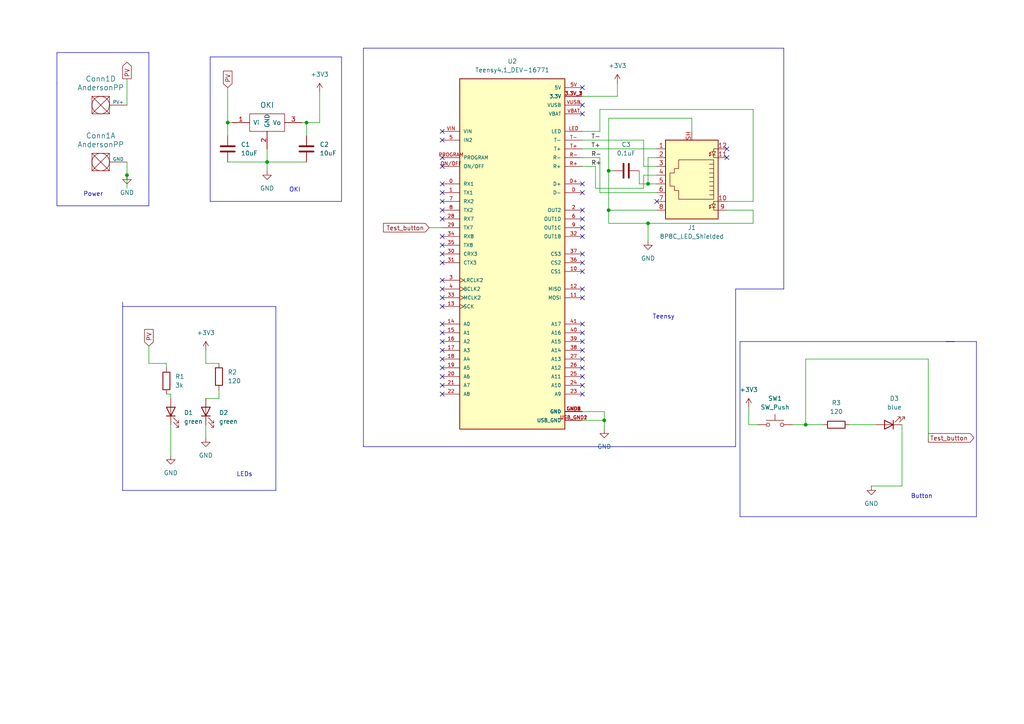
<source format=kicad_sch>
(kicad_sch (version 20230121) (generator eeschema)
  (paper "A4")
  (lib_symbols
    (symbol "Connector:8P8C_LED_Shielded" (pin_names (offset 1.016))
      (property "Reference" "J" (at -5.08 13.97 0))
      (property "Value" "8P8C_LED_Shielded" (at 1.27 13.97 0))
      (symbol "8P8C_LED_Shielded_0_1"
        (polyline (pts (xy -7.62 -7.62) (xy -6.35 -7.62)))
        (polyline (pts (xy -7.62 -5.08) (xy -6.35 -5.08)))
        (polyline (pts (xy -7.62 7.62) (xy -6.35 7.62)))
        (polyline (pts (xy -7.62 10.16) (xy -6.35 10.16)))
        (polyline (pts (xy -6.858 -5.842) (xy -5.842 -5.842)))
        (polyline (pts (xy -6.858 9.398) (xy -5.842 9.398)))
        (polyline (pts (xy -6.35 -7.62) (xy -6.35 -6.858)))
        (polyline (pts (xy -6.35 -5.08) (xy -6.35 -5.842)))
        (polyline (pts (xy -6.35 7.62) (xy -6.35 8.382)))
        (polyline (pts (xy -6.35 10.16) (xy -6.35 9.398)))
        (polyline (pts (xy -5.08 -6.223) (xy -5.207 -6.604)))
        (polyline (pts (xy -5.08 -5.588) (xy -5.207 -5.969)))
        (polyline (pts (xy -5.08 4.445) (xy -6.35 4.445)))
        (polyline (pts (xy -5.08 5.715) (xy -6.35 5.715)))
        (polyline (pts (xy -5.08 9.017) (xy -5.207 8.636)))
        (polyline (pts (xy -5.08 9.652) (xy -5.207 9.271)))
        (polyline (pts (xy -6.35 -3.175) (xy -5.08 -3.175) (xy -5.08 -3.175)))
        (polyline (pts (xy -6.35 -1.905) (xy -5.08 -1.905) (xy -5.08 -1.905)))
        (polyline (pts (xy -6.35 -0.635) (xy -5.08 -0.635) (xy -5.08 -0.635)))
        (polyline (pts (xy -6.35 0.635) (xy -5.08 0.635) (xy -5.08 0.635)))
        (polyline (pts (xy -6.35 1.905) (xy -5.08 1.905) (xy -5.08 1.905)))
        (polyline (pts (xy -5.588 -6.731) (xy -5.08 -6.223) (xy -5.461 -6.35)))
        (polyline (pts (xy -5.588 -6.096) (xy -5.08 -5.588) (xy -5.461 -5.715)))
        (polyline (pts (xy -5.588 8.509) (xy -5.08 9.017) (xy -5.461 8.89)))
        (polyline (pts (xy -5.588 9.144) (xy -5.08 9.652) (xy -5.461 9.525)))
        (polyline (pts (xy -5.08 3.175) (xy -6.35 3.175) (xy -6.35 3.175)))
        (polyline (pts (xy -6.35 -5.842) (xy -6.858 -6.858) (xy -5.842 -6.858) (xy -6.35 -5.842)))
        (polyline (pts (xy -6.35 9.398) (xy -6.858 8.382) (xy -5.842 8.382) (xy -6.35 9.398)))
        (polyline (pts (xy -6.35 -4.445) (xy -6.35 6.985) (xy 3.81 6.985) (xy 3.81 4.445) (xy 5.08 4.445) (xy 5.08 3.175) (xy 6.35 3.175) (xy 6.35 -0.635) (xy 5.08 -0.635) (xy 5.08 -1.905) (xy 3.81 -1.905) (xy 3.81 -4.445) (xy -6.35 -4.445) (xy -6.35 -4.445)))
        (rectangle (start 7.62 12.7) (end -7.62 -10.16) (stroke (width 0.254)) (fill (type background)))
      )
      (symbol "8P8C_LED_Shielded_1_1"
        (pin passive line (at 10.16 -7.62 180) (length 2.54) (name "~") (number "1"))
        (pin passive line (at -10.16 7.62 0) (length 2.54) (name "~") (number "10"))
        (pin passive line (at -10.16 -5.08 0) (length 2.54) (name "~") (number "11"))
        (pin passive line (at -10.16 -7.62 0) (length 2.54) (name "~") (number "12"))
        (pin passive line (at 10.16 -5.08 180) (length 2.54) (name "~") (number "2"))
        (pin passive line (at 10.16 -2.54 180) (length 2.54) (name "~") (number "3"))
        (pin passive line (at 10.16 0 180) (length 2.54) (name "~") (number "4"))
        (pin passive line (at 10.16 2.54 180) (length 2.54) (name "~") (number "5"))
        (pin passive line (at 10.16 5.08 180) (length 2.54) (name "~") (number "6"))
        (pin passive line (at 10.16 7.62 180) (length 2.54) (name "~") (number "7"))
        (pin passive line (at 10.16 10.16 180) (length 2.54) (name "~") (number "8"))
        (pin passive line (at -10.16 10.16 0) (length 2.54) (name "~") (number "9"))
        (pin passive line (at 0 -12.7 90) (length 2.54) (name "~") (number "SH"))
      )
    )
    (symbol "Device:C" (pin_numbers hide) (pin_names (offset 0.254))
      (property "Reference" "C" (at 0.635 2.54 0))
      (property "Value" "C" (at 0.635 -2.54 0))
      (symbol "C_0_1"
        (polyline (pts (xy -2.032 -0.762) (xy 2.032 -0.762)) (stroke (width 0.508)))
        (polyline (pts (xy -2.032 0.762) (xy 2.032 0.762)) (stroke (width 0.508)))
      )
      (symbol "C_1_1"
        (pin passive line (at 0 3.81 270) (length 2.794) (name "~") (number "1"))
        (pin passive line (at 0 -3.81 90) (length 2.794) (name "~") (number "2"))
      )
    )
    (symbol "Device:LED" (pin_numbers hide) (pin_names (offset 1.016) hide)
      (property "Reference" "D" (at 0 2.54 0))
      (property "Value" "LED" (at 0 -2.54 0))
      (symbol "LED_0_1"
        (polyline (pts (xy -1.27 -1.27) (xy -1.27 1.27)) (stroke (width 0.254)))
        (polyline (pts (xy -1.27 0) (xy 1.27 0)))
        (polyline (pts (xy 1.27 -1.27) (xy 1.27 1.27) (xy -1.27 0) (xy 1.27 -1.27)) (stroke (width 0.254)))
        (polyline (pts (xy -3.048 -0.762) (xy -4.572 -2.286) (xy -3.81 -2.286) (xy -4.572 -2.286) (xy -4.572 -1.524)))
        (polyline (pts (xy -1.778 -0.762) (xy -3.302 -2.286) (xy -2.54 -2.286) (xy -3.302 -2.286) (xy -3.302 -1.524)))
      )
      (symbol "LED_1_1"
        (pin passive line (at -3.81 0 0) (length 2.54) (name "K") (number "1"))
        (pin passive line (at 3.81 0 180) (length 2.54) (name "A") (number "2"))
      )
    )
    (symbol "Device:R" (pin_numbers hide) (pin_names (offset 0))
      (property "Reference" "R" (at 2.032 0 90))
      (property "Value" "R" (at 0 0 90))
      (symbol "R_0_1"
        (rectangle (start -1.016 -2.54) (end 1.016 2.54) (stroke (width 0.254)))
      )
      (symbol "R_1_1"
        (pin passive line (at 0 3.81 270) (length 1.27) (name "~") (number "1"))
        (pin passive line (at 0 -3.81 90) (length 1.27) (name "~") (number "2"))
      )
    )
    (symbol "MRDT_Connectors:AndersonPP" (pin_numbers hide) (pin_names (offset 0))
      (property "Reference" "Conn" (at 3.81 -1.27 0))
      (property "Value" "AndersonPP" (at 2.54 6.35 0))
      (symbol "AndersonPP_0_1"
        (polyline (pts (xy 0 5.08) (xy 5.08 0)))
        (polyline (pts (xy 5.08 5.08) (xy 0 0)))
        (rectangle (start 0 0) (end 5.08 5.08))
        (circle (center 2.54 2.54) (radius 2.54))
      )
      (symbol "AndersonPP_1_1"
        (pin input line (at 10.16 2.54 180) (length 5.08) (name "GND") (number "1"))
      )
      (symbol "AndersonPP_2_1"
        (pin input line (at 10.16 2.54 180) (length 5.08) (name "V+Log") (number "2"))
      )
      (symbol "AndersonPP_3_1"
        (pin input line (at 10.16 2.54 180) (length 5.08) (name "V+Act") (number "3"))
      )
      (symbol "AndersonPP_4_1"
        (pin input line (at 10.16 2.54 180) (length 5.08) (name "PV+") (number "4"))
      )
      (symbol "AndersonPP_5_1"
        (pin input line (at 10.16 2.54 180) (length 5.08) (name "~") (number "1"))
      )
    )
    (symbol "MRDT_Devices:OKI" (pin_names (offset 1.016))
      (property "Value" "OKI" (at 5.08 6.35 0))
      (symbol "OKI_0_1"
        (rectangle (start 0 0) (end 10.16 5.08))
      )
      (symbol "OKI_1_1"
        (pin input line (at -5.08 2.54 0) (length 5.08) (name "Vi") (number "1"))
        (pin output line (at 5.08 -5.08 90) (length 5.08) (name "GND") (number "2"))
        (pin output line (at 15.24 2.54 180) (length 5.08) (name "Vo") (number "3"))
      )
    )
    (symbol "MRDT_Shields:Teensy4.1_DEV-16771" (pin_names (offset 1.016))
      (property "Reference" "U" (at -15.24 52.07 0))
      (property "Value" "Teensy4.1_DEV-16771" (at -15.24 -53.34 0))
      (symbol "Teensy4.1_DEV-16771_0_0"
        (rectangle (start -15.24 -50.8) (end 15.24 50.8) (stroke (width 0.254)) (fill (type background)))
        (pin bidirectional line (at -20.32 20.32 0) (length 5.08) (name "RX1") (number "0"))
        (pin bidirectional line (at -20.32 17.78 0) (length 5.08) (name "TX1") (number "1"))
        (pin bidirectional line (at 20.32 -5.08 180) (length 5.08) (name "CS1") (number "10"))
        (pin bidirectional line (at 20.32 -12.7 180) (length 5.08) (name "MOSI") (number "11"))
        (pin bidirectional line (at 20.32 -10.16 180) (length 5.08) (name "MISO") (number "12"))
        (pin bidirectional clock (at -20.32 -15.24 0) (length 5.08) (name "SCK") (number "13"))
        (pin bidirectional line (at -20.32 -20.32 0) (length 5.08) (name "A0") (number "14"))
        (pin bidirectional line (at -20.32 -22.86 0) (length 5.08) (name "A1") (number "15"))
        (pin bidirectional line (at -20.32 -25.4 0) (length 5.08) (name "A2") (number "16"))
        (pin bidirectional line (at -20.32 -27.94 0) (length 5.08) (name "A3") (number "17"))
        (pin bidirectional line (at -20.32 -30.48 0) (length 5.08) (name "A4") (number "18"))
        (pin bidirectional line (at -20.32 -33.02 0) (length 5.08) (name "A5") (number "19"))
        (pin output line (at 20.32 12.7 180) (length 5.08) (name "OUT2") (number "2"))
        (pin bidirectional line (at -20.32 -35.56 0) (length 5.08) (name "A6") (number "20"))
        (pin bidirectional line (at -20.32 -38.1 0) (length 5.08) (name "A7") (number "21"))
        (pin bidirectional line (at -20.32 -40.64 0) (length 5.08) (name "A8") (number "22"))
        (pin bidirectional line (at 20.32 -40.64 180) (length 5.08) (name "A9") (number "23"))
        (pin bidirectional line (at 20.32 -38.1 180) (length 5.08) (name "A10") (number "24"))
        (pin bidirectional line (at 20.32 -35.56 180) (length 5.08) (name "A11") (number "25"))
        (pin bidirectional line (at 20.32 -33.02 180) (length 5.08) (name "A12") (number "26"))
        (pin bidirectional line (at 20.32 -30.48 180) (length 5.08) (name "A13") (number "27"))
        (pin bidirectional line (at -20.32 10.16 0) (length 5.08) (name "RX7") (number "28"))
        (pin bidirectional line (at -20.32 7.62 0) (length 5.08) (name "TX7") (number "29"))
        (pin bidirectional clock (at -20.32 -7.62 0) (length 5.08) (name "LRCLK2") (number "3"))
        (pin power_in line (at 20.32 45.72 180) (length 5.08) (name "3.3V") (number "3.3V_1"))
        (pin power_in line (at 20.32 45.72 180) (length 5.08) (name "3.3V") (number "3.3V_2"))
        (pin power_in line (at 20.32 45.72 180) (length 5.08) (name "3.3V") (number "3.3V_3"))
        (pin bidirectional line (at -20.32 0 0) (length 5.08) (name "CRX3") (number "30"))
        (pin bidirectional line (at -20.32 -2.54 0) (length 5.08) (name "CTX3") (number "31"))
        (pin output line (at 20.32 5.08 180) (length 5.08) (name "OUT1B") (number "32"))
        (pin bidirectional clock (at -20.32 -12.7 0) (length 5.08) (name "MCLK2") (number "33"))
        (pin bidirectional line (at -20.32 5.08 0) (length 5.08) (name "RX8") (number "34"))
        (pin bidirectional line (at -20.32 2.54 0) (length 5.08) (name "TX8") (number "35"))
        (pin bidirectional line (at 20.32 -2.54 180) (length 5.08) (name "CS2") (number "36"))
        (pin bidirectional line (at 20.32 0 180) (length 5.08) (name "CS3") (number "37"))
        (pin bidirectional line (at 20.32 -27.94 180) (length 5.08) (name "A14") (number "38"))
        (pin bidirectional line (at 20.32 -25.4 180) (length 5.08) (name "A15") (number "39"))
        (pin bidirectional clock (at -20.32 -10.16 0) (length 5.08) (name "BCLK2") (number "4"))
        (pin bidirectional line (at 20.32 -22.86 180) (length 5.08) (name "A16") (number "40"))
        (pin bidirectional line (at 20.32 -20.32 180) (length 5.08) (name "A17") (number "41"))
        (pin bidirectional line (at -20.32 33.02 0) (length 5.08) (name "IN2") (number "5"))
        (pin power_in line (at 20.32 48.26 180) (length 5.08) (name "5V") (number "5V"))
        (pin output line (at 20.32 10.16 180) (length 5.08) (name "OUT1D") (number "6"))
        (pin bidirectional line (at -20.32 15.24 0) (length 5.08) (name "RX2") (number "7"))
        (pin bidirectional line (at -20.32 12.7 0) (length 5.08) (name "TX2") (number "8"))
        (pin output line (at 20.32 7.62 180) (length 5.08) (name "OUT1C") (number "9"))
        (pin bidirectional line (at 20.32 17.78 180) (length 5.08) (name "D-") (number "D"))
        (pin bidirectional line (at 20.32 20.32 180) (length 5.08) (name "D+") (number "D+"))
        (pin power_in line (at 20.32 -45.72 180) (length 5.08) (name "GND") (number "GND1"))
        (pin power_in line (at 20.32 -45.72 180) (length 5.08) (name "GND") (number "GND2"))
        (pin power_in line (at 20.32 -45.72 180) (length 5.08) (name "GND") (number "GND3"))
        (pin power_in line (at 20.32 -45.72 180) (length 5.08) (name "GND") (number "GND4"))
        (pin power_in line (at 20.32 -45.72 180) (length 5.08) (name "GND") (number "GND5"))
        (pin bidirectional line (at 20.32 35.56 180) (length 5.08) (name "LED") (number "LED"))
        (pin bidirectional line (at -20.32 25.4 0) (length 5.08) (name "ON/OFF") (number "ON/OFF"))
        (pin bidirectional line (at -20.32 27.94 0) (length 5.08) (name "PROGRAM") (number "PROGRAM"))
        (pin bidirectional line (at 20.32 25.4 180) (length 5.08) (name "R+") (number "R+"))
        (pin bidirectional line (at 20.32 27.94 180) (length 5.08) (name "R-") (number "R-"))
        (pin bidirectional line (at 20.32 30.48 180) (length 5.08) (name "T+") (number "T+"))
        (pin bidirectional line (at 20.32 33.02 180) (length 5.08) (name "T-") (number "T-"))
        (pin power_in line (at 20.32 -48.26 180) (length 5.08) (name "USB_GND") (number "USB_GND1"))
        (pin power_in line (at 20.32 -48.26 180) (length 5.08) (name "USB_GND") (number "USB_GND2"))
        (pin passive line (at 20.32 40.64 180) (length 5.08) (name "VBAT") (number "VBAT"))
        (pin input line (at -20.32 35.56 0) (length 5.08) (name "VIN") (number "VIN"))
        (pin passive line (at 20.32 43.18 180) (length 5.08) (name "VUSB") (number "VUSB"))
      )
    )
    (symbol "Switch:SW_Push" (pin_numbers hide) (pin_names (offset 1.016) hide)
      (property "Reference" "SW" (at 1.27 2.54 0))
      (property "Value" "SW_Push" (at 0 -1.524 0))
      (symbol "SW_Push_0_1"
        (circle (center -2.032 0) (radius 0.508))
        (polyline (pts (xy 0 1.27) (xy 0 3.048)))
        (polyline (pts (xy 2.54 1.27) (xy -2.54 1.27)))
        (circle (center 2.032 0) (radius 0.508))
        (pin passive line (at -5.08 0 0) (length 2.54) (name "1") (number "1"))
        (pin passive line (at 5.08 0 180) (length 2.54) (name "2") (number "2"))
      )
    )
    (symbol "power:+3V3" (power) (pin_names (offset 0))
      (property "Value" "+3V3" (at 0 3.556 0))
      (symbol "+3V3_0_1"
        (polyline (pts (xy -0.762 1.27) (xy 0 2.54)))
        (polyline (pts (xy 0 0) (xy 0 2.54)))
        (polyline (pts (xy 0 2.54) (xy 0.762 1.27)))
      )
      (symbol "+3V3_1_1"
        (pin power_in line (at 0 0 90) (length 0) hide (name "+3V3") (number "1"))
      )
    )
    (symbol "power:GND" (power) (pin_names (offset 0))
      (property "Value" "GND" (at 0 -3.81 0))
      (symbol "GND_0_1"
        (polyline (pts (xy 0 0) (xy 0 -1.27) (xy 1.27 -1.27) (xy 0 -2.54) (xy -1.27 -1.27) (xy 0 -1.27)))
      )
      (symbol "GND_1_1"
        (pin power_in line (at 0 0 270) (length 0) hide (name "GND") (number "1"))
      )
    )
  )
  (junction (at 233.68 123.19))
  (junction (at 187.96 64.77))
  (junction (at 176.53 49.53))
  (junction (at 77.47 46.99))
  (junction (at 175.26 121.92))
  (junction (at 36.83 50.8))
  (junction (at 187.96 53.34))
  (junction (at 176.53 60.96))
  (junction (at 66.04 35.56))
  (junction (at 88.9 35.56))
  (no_connect (at 128.27 86.36))
  (no_connect (at 210.82 45.72))
  (no_connect (at 128.27 88.9))
  (no_connect (at 168.91 109.22))
  (no_connect (at 128.27 71.12))
  (no_connect (at 128.27 63.5))
  (no_connect (at 168.91 114.3))
  (no_connect (at 128.27 76.2))
  (no_connect (at 128.27 58.42))
  (no_connect (at 168.91 33.02))
  (no_connect (at 128.27 40.64))
  (no_connect (at 128.27 99.06))
  (no_connect (at 168.91 55.88))
  (no_connect (at 168.91 93.98))
  (no_connect (at 168.91 106.68))
  (no_connect (at 168.91 25.4))
  (no_connect (at 128.27 60.96))
  (no_connect (at 128.27 101.6))
  (no_connect (at 168.91 104.14))
  (no_connect (at 168.91 73.66))
  (no_connect (at 128.27 109.22))
  (no_connect (at 168.91 66.04))
  (no_connect (at 168.91 83.82))
  (no_connect (at 128.27 106.68))
  (no_connect (at 128.27 48.26))
  (no_connect (at 168.91 30.48))
  (no_connect (at 128.27 81.28))
  (no_connect (at 168.91 99.06))
  (no_connect (at 128.27 53.34))
  (no_connect (at 168.91 111.76))
  (no_connect (at 168.91 78.74))
  (no_connect (at 128.27 55.88))
  (no_connect (at 128.27 93.98))
  (no_connect (at 168.91 60.96))
  (no_connect (at 128.27 68.58))
  (no_connect (at 128.27 73.66))
  (no_connect (at 128.27 111.76))
  (no_connect (at 128.27 104.14))
  (no_connect (at 210.82 43.18))
  (no_connect (at 190.5 58.42))
  (no_connect (at 168.91 96.52))
  (no_connect (at 128.27 45.72))
  (no_connect (at 168.91 76.2))
  (no_connect (at 128.27 96.52))
  (no_connect (at 168.91 68.58))
  (no_connect (at 128.27 83.82))
  (no_connect (at 168.91 63.5))
  (no_connect (at 128.27 114.3))
  (no_connect (at 168.91 86.36))
  (no_connect (at 128.27 38.1))
  (no_connect (at 168.91 53.34))
  (no_connect (at 168.91 101.6))
  (wire (pts (xy 48.26 105.41) (xy 48.26 106.68)))
  (wire (pts (xy 185.42 53.34) (xy 185.42 49.53)))
  (polyline (pts (xy 283.21 149.86) (xy 283.21 99.06)))
  (wire (pts (xy 43.18 105.41) (xy 48.26 105.41)))
  (wire (pts (xy 210.82 60.96) (xy 218.44 60.96)))
  (wire (pts (xy 175.26 119.38) (xy 168.91 119.38)))
  (polyline (pts (xy 60.96 58.42) (xy 99.06 58.42)))
  (polyline (pts (xy 80.01 142.24) (xy 35.56 142.24)))
  (wire (pts (xy 176.53 60.96) (xy 176.53 49.53)))
  (polyline (pts (xy 60.96 16.51) (xy 99.06 16.51)))
  (polyline (pts (xy 214.63 149.86) (xy 283.21 149.86)))
  (wire (pts (xy 87.63 35.56) (xy 88.9 35.56)))
  (polyline (pts (xy 43.18 59.69) (xy 43.18 15.24)))
  (polyline (pts (xy 60.96 16.51) (xy 60.96 58.42)))
  (wire (pts (xy 173.99 45.72) (xy 168.91 45.72)))
  (wire (pts (xy 187.96 53.34) (xy 185.42 53.34)))
  (polyline (pts (xy 276.86 99.06) (xy 214.63 99.06)))
  (wire (pts (xy 246.38 123.19) (xy 254 123.19)))
  (wire (pts (xy 36.83 50.8) (xy 36.83 46.99)))
  (wire (pts (xy 190.5 45.72) (xy 187.96 45.72)))
  (wire (pts (xy 217.17 118.11) (xy 217.17 123.19)))
  (wire (pts (xy 190.5 53.34) (xy 187.96 53.34)))
  (wire (pts (xy 187.96 45.72) (xy 187.96 53.34)))
  (wire (pts (xy 59.69 123.19) (xy 59.69 127)))
  (wire (pts (xy 218.44 64.77) (xy 187.96 64.77)))
  (polyline (pts (xy 274.32 99.06) (xy 283.21 99.06)))
  (wire (pts (xy 66.04 25.4) (xy 66.04 35.56)))
  (wire (pts (xy 186.69 40.64) (xy 168.91 40.64)))
  (wire (pts (xy 43.18 100.33) (xy 43.18 105.41)))
  (wire (pts (xy 190.5 50.8) (xy 186.69 50.8)))
  (polyline (pts (xy 213.36 83.82) (xy 227.33 83.82)))
  (polyline (pts (xy 35.56 88.9) (xy 80.01 88.9)))
  (wire (pts (xy 124.46 66.04) (xy 128.27 66.04)))
  (wire (pts (xy 217.17 123.19) (xy 219.71 123.19)))
  (wire (pts (xy 66.04 46.99) (xy 77.47 46.99)))
  (wire (pts (xy 63.5 113.03) (xy 63.5 115.57)))
  (wire (pts (xy 176.53 34.29) (xy 176.53 49.53)))
  (wire (pts (xy 63.5 115.57) (xy 59.69 115.57)))
  (wire (pts (xy 233.68 104.14) (xy 233.68 123.19)))
  (wire (pts (xy 233.68 123.19) (xy 238.76 123.19)))
  (wire (pts (xy 190.5 48.26) (xy 186.69 48.26)))
  (polyline (pts (xy 105.41 129.54) (xy 213.36 129.54)))
  (wire (pts (xy 77.47 46.99) (xy 88.9 46.99)))
  (polyline (pts (xy 35.56 87.63) (xy 35.56 142.24)))
  (wire (pts (xy 218.44 58.42) (xy 218.44 31.75)))
  (wire (pts (xy 218.44 31.75) (xy 173.99 31.75)))
  (polyline (pts (xy 227.33 13.97) (xy 105.41 13.97)))
  (wire (pts (xy 175.26 124.46) (xy 175.26 121.92)))
  (wire (pts (xy 176.53 64.77) (xy 176.53 60.96)))
  (wire (pts (xy 186.69 54.61) (xy 172.72 54.61)))
  (polyline (pts (xy 214.63 99.06) (xy 214.63 149.86)))
  (wire (pts (xy 59.69 101.6) (xy 59.69 105.41)))
  (polyline (pts (xy 16.51 15.24) (xy 16.51 24.13)))
  (wire (pts (xy 48.26 114.3) (xy 49.53 114.3)))
  (wire (pts (xy 186.69 48.26) (xy 186.69 40.64)))
  (wire (pts (xy 36.83 54.61) (xy 36.83 50.8)))
  (wire (pts (xy 36.83 22.86) (xy 36.83 30.48)))
  (wire (pts (xy 175.26 121.92) (xy 175.26 119.38)))
  (wire (pts (xy 190.5 55.88) (xy 173.99 55.88)))
  (wire (pts (xy 168.91 121.92) (xy 175.26 121.92)))
  (wire (pts (xy 173.99 55.88) (xy 173.99 45.72)))
  (wire (pts (xy 49.53 114.3) (xy 49.53 115.57)))
  (wire (pts (xy 67.31 35.56) (xy 66.04 35.56)))
  (wire (pts (xy 66.04 35.56) (xy 66.04 39.37)))
  (wire (pts (xy 187.96 64.77) (xy 187.96 69.85)))
  (wire (pts (xy 173.99 38.1) (xy 168.91 38.1)))
  (polyline (pts (xy 99.06 58.42) (xy 99.06 16.51)))
  (wire (pts (xy 269.24 104.14) (xy 233.68 104.14)))
  (wire (pts (xy 229.87 123.19) (xy 233.68 123.19)))
  (wire (pts (xy 172.72 54.61) (xy 172.72 48.26)))
  (polyline (pts (xy 80.01 88.9) (xy 80.01 142.24)))
  (wire (pts (xy 92.71 35.56) (xy 88.9 35.56)))
  (polyline (pts (xy 16.51 24.13) (xy 16.51 59.69)))
  (wire (pts (xy 176.53 49.53) (xy 177.8 49.53)))
  (wire (pts (xy 200.66 34.29) (xy 176.53 34.29)))
  (wire (pts (xy 92.71 26.67) (xy 92.71 35.56)))
  (polyline (pts (xy 16.51 59.69) (xy 43.18 59.69)))
  (wire (pts (xy 210.82 58.42) (xy 218.44 58.42)))
  (wire (pts (xy 187.96 64.77) (xy 176.53 64.77)))
  (wire (pts (xy 168.91 27.94) (xy 179.07 27.94)))
  (wire (pts (xy 59.69 105.41) (xy 63.5 105.41)))
  (polyline (pts (xy 213.36 129.54) (xy 213.36 83.82)))
  (wire (pts (xy 218.44 60.96) (xy 218.44 64.77)))
  (wire (pts (xy 261.62 123.19) (xy 261.62 140.97)))
  (wire (pts (xy 186.69 50.8) (xy 186.69 54.61)))
  (wire (pts (xy 261.62 140.97) (xy 252.73 140.97)))
  (wire (pts (xy 77.47 46.99) (xy 77.47 49.53)))
  (wire (pts (xy 77.47 43.18) (xy 77.47 46.99)))
  (wire (pts (xy 269.24 127) (xy 269.24 104.14)))
  (polyline (pts (xy 43.18 15.24) (xy 16.51 15.24)))
  (wire (pts (xy 88.9 35.56) (xy 88.9 39.37)))
  (polyline (pts (xy 227.33 13.97) (xy 227.33 83.82)))
  (polyline (pts (xy 105.41 13.97) (xy 105.41 129.54)))
  (wire (pts (xy 172.72 48.26) (xy 168.91 48.26)))
  (wire (pts (xy 179.07 24.13) (xy 179.07 27.94)))
  (wire (pts (xy 176.53 60.96) (xy 190.5 60.96)))
  (wire (pts (xy 200.66 38.1) (xy 200.66 34.29)))
  (wire (pts (xy 168.91 43.18) (xy 190.5 43.18)))
  (wire (pts (xy 49.53 123.19) (xy 49.53 132.08)))
  (wire (pts (xy 173.99 31.75) (xy 173.99 38.1)))
  (text "Button" (at 264.16 144.78 0) (effects (font (size 1.27 1.27)) (justify left bottom)))
  (text "OKI" (at 83.82 55.88 0) (effects (font (size 1.27 1.27)) (justify left bottom)))
  (text "LEDs" (at 68.58 138.43 0) (effects (font (size 1.27 1.27)) (justify left bottom)))
  (text "Power" (at 24.13 57.15 0) (effects (font (size 1.27 1.27)) (justify left bottom)))
  (text "Teensy" (at 189.23 92.71 0) (effects (font (size 1.27 1.27)) (justify left bottom)))
  (label "R+" (at 171.45 48.26 0))
  (label "T-" (at 171.45 40.64 0))
  (label "T+" (at 171.45 43.18 0))
  (label "R-" (at 171.45 45.72 0))
  (global_label "Test_button" (shape input) (at 124.46 66.04 180) (property "Intersheetrefs" "${INTERSHEET_REFS}" (effects hide)))
  (global_label "Test_button" (shape output) (at 269.24 127 0) (property "Intersheetrefs" "${INTERSHEET_REFS}" (effects hide)))
  (global_label "PV" (shape input) (at 66.04 25.4 90) (property "Intersheetrefs" "${INTERSHEET_REFS}" (effects hide)))
  (global_label "PV" (shape output) (at 36.83 22.86 90) (property "Intersheetrefs" "${INTERSHEET_REFS}" (effects hide)))
  (global_label "PV" (shape input) (at 43.18 100.33 90) (property "Intersheetrefs" "${INTERSHEET_REFS}" (effects hide)))
  (symbol (lib_id "Device:LED") (at 49.53 119.38 90) (unit 1)
    (property "Reference" "D1" (at 53.34 119.6975 90) (effects (justify right)))
    (property "Value" "green" (at 53.34 122.2375 90) (effects (justify right)))
    (property "Footprint" "LED_SMD:LED_0603_1608Metric_Pad1.05x0.95mm_HandSolder" (effects hide))
  )
  (symbol (lib_id "Device:R") (at 48.26 110.49 0) (unit 1)
    (property "Reference" "R1" (at 50.8 109.22 0) (effects (justify left)))
    (property "Value" "3k" (at 50.8 111.76 0) (effects (justify left)))
    (property "Footprint" "Resistor_SMD:R_0603_1608Metric_Pad0.98x0.95mm_HandSolder" (effects hide))
  )
  (symbol (lib_id "Device:LED") (at 257.81 123.19 180) (unit 1)
    (property "Reference" "D3" (at 259.3975 115.57 0))
    (property "Value" "blue" (at 259.3975 118.11 0))
    (property "Footprint" "LED_SMD:LED_0603_1608Metric_Pad1.05x0.95mm_HandSolder" (effects hide))
  )
  (symbol (lib_id "Device:C") (at 66.04 43.18 0) (unit 1)
    (property "Reference" "C1" (at 69.85 41.91 0) (effects (justify left)))
    (property "Value" "10uF" (at 69.85 44.45 0) (effects (justify left)))
    (property "Footprint" "Capacitor_SMD:C_0603_1608Metric_Pad1.08x0.95mm_HandSolder" (effects hide))
  )
  (symbol (lib_id "Device:C") (at 181.61 49.53 90) (unit 1)
    (property "Reference" "C3" (at 181.61 41.91 90))
    (property "Value" "0.1uF" (at 181.61 44.45 90))
    (property "Footprint" "Capacitor_SMD:C_0603_1608Metric_Pad1.08x0.95mm_HandSolder" (effects hide))
  )
  (symbol (lib_id "power:GND") (at 77.47 49.53 0) (unit 1)
    (property "Reference" "#PWR02" (effects hide))
    (property "Value" "GND" (at 77.47 54.61 0))
  )
  (symbol (lib_id "power:GND") (at 187.96 69.85 0) (unit 1)
    (property "Reference" "#PWR09" (effects hide))
    (property "Value" "GND" (at 187.96 74.93 0))
  )
  (symbol (lib_id "Device:R") (at 63.5 109.22 0) (unit 1)
    (property "Reference" "R2" (at 66.04 107.95 0) (effects (justify left)))
    (property "Value" "120" (at 66.04 110.49 0) (effects (justify left)))
    (property "Footprint" "Resistor_SMD:R_0603_1608Metric_Pad0.98x0.95mm_HandSolder" (effects hide))
  )
  (symbol (lib_id "MRDT_Shields:Teensy4.1_DEV-16771") (at 148.59 73.66 0) (unit 1)
    (property "Reference" "U2" (at 148.59 17.78 0))
    (property "Value" "Teensy4.1_DEV-16771" (at 148.59 20.32 0))
    (property "Footprint" "MRDT_Shields:Teensy_4_1_Ethernet" (effects hide))
    (property "STANDARD" "Manufacturer recommendations" (effects hide))
    (property "MAXIMUM_PACKAGE_HEIGHT" "4.07mm" (effects hide))
    (property "MANUFACTURER" "SparkFun Electronics" (effects hide))
    (property "PARTREV" "4.1" (effects hide))
  )
  (symbol (lib_id "power:GND") (at 59.69 127 0) (unit 1)
    (property "Reference" "#PWR05" (effects hide))
    (property "Value" "GND" (at 59.69 132.08 0))
  )
  (symbol (lib_id "MRDT_Connectors:AndersonPP") (at 26.67 49.53 0) (unit 1)
    (property "Reference" "Conn1" (at 29.21 39.37 0) (effects (font (size 1.524 1.524))))
    (property "Value" "AndersonPP" (at 29.21 41.91 0) (effects (font (size 1.524 1.524))))
    (property "Footprint" "MRDT_Connectors:Anderson_2_Horizontal_Side_by_Side_PV" (effects hide))
  )
  (symbol (lib_id "power:+3V3") (at 217.17 118.11 0) (unit 1)
    (property "Reference" "#PWR010" (effects hide))
    (property "Value" "+3V3" (at 217.17 113.03 0))
  )
  (symbol (lib_id "power:GND") (at 49.53 132.08 0) (unit 1)
    (property "Reference" "#PWR04" (effects hide))
    (property "Value" "GND" (at 49.53 137.16 0))
  )
  (symbol (lib_id "Device:C") (at 88.9 43.18 0) (unit 1)
    (property "Reference" "C2" (at 92.71 41.91 0) (effects (justify left)))
    (property "Value" "10uF" (at 92.71 44.45 0) (effects (justify left)))
    (property "Footprint" "Capacitor_SMD:C_0603_1608Metric_Pad1.08x0.95mm_HandSolder" (effects hide))
  )
  (symbol (lib_id "MRDT_Connectors:AndersonPP") (at 26.67 33.02 0) (unit 4)
    (property "Reference" "Conn1" (at 29.21 22.86 0) (effects (font (size 1.524 1.524))))
    (property "Value" "AndersonPP" (at 29.21 25.4 0) (effects (font (size 1.524 1.524))))
    (property "Footprint" "MRDT_Connectors:Anderson_2_Horizontal_Side_by_Side_PV" (effects hide))
  )
  (symbol (lib_id "Device:R") (at 242.57 123.19 90) (unit 1)
    (property "Reference" "R3" (at 242.57 116.84 90))
    (property "Value" "120" (at 242.57 119.38 90))
    (property "Footprint" "Resistor_SMD:R_0603_1608Metric_Pad0.98x0.95mm_HandSolder" (effects hide))
  )
  (symbol (lib_id "MRDT_Devices:OKI") (at 72.39 38.1 0) (unit 1)
    (property "Reference" "U1" (effects hide))
    (property "Value" "OKI" (at 77.47 30.48 0) (effects (font (size 1.524 1.524))))
    (property "Footprint" "MRDT_Devices:OKI_Horizontal" (effects hide))
  )
  (symbol (lib_id "power:GND") (at 252.73 140.97 0) (unit 1)
    (property "Reference" "#PWR011" (effects hide))
    (property "Value" "GND" (at 252.73 146.05 0))
  )
  (symbol (lib_id "power:GND") (at 36.83 50.8 0) (unit 1)
    (property "Reference" "#PWR01" (effects hide))
    (property "Value" "GND" (at 36.83 55.88 0))
  )
  (symbol (lib_id "Switch:SW_Push") (at 224.79 123.19 0) (unit 1)
    (property "Reference" "SW1" (at 224.79 115.57 0))
    (property "Value" "SW_Push" (at 224.79 118.11 0))
    (property "Footprint" "Button_Switch_SMD:SW_SPST_TL3305A" (effects hide))
  )
  (symbol (lib_id "Connector:8P8C_LED_Shielded") (at 200.66 50.8 180) (unit 1)
    (property "Reference" "J1" (at 200.66 66.04 0))
    (property "Value" "8P8C_LED_Shielded" (at 200.66 68.58 0))
    (property "Footprint" "MRDT_Connectors:RJ45_Teensy" (effects hide))
  )
  (symbol (lib_id "power:+3V3") (at 92.71 26.67 0) (unit 1)
    (property "Reference" "#PWR03" (effects hide))
    (property "Value" "+3V3" (at 92.71 21.59 0))
  )
  (symbol (lib_id "Device:LED") (at 59.69 119.38 90) (unit 1)
    (property "Reference" "D2" (at 63.5 119.6975 90) (effects (justify right)))
    (property "Value" "green" (at 63.5 122.2375 90) (effects (justify right)))
    (property "Footprint" "LED_SMD:LED_0603_1608Metric_Pad1.05x0.95mm_HandSolder" (effects hide))
  )
  (symbol (lib_id "power:+3V3") (at 59.69 101.6 0) (unit 1)
    (property "Reference" "#PWR06" (effects hide))
    (property "Value" "+3V3" (at 59.69 96.52 0))
  )
  (symbol (lib_id "power:+3V3") (at 179.07 24.13 0) (unit 1)
    (property "Reference" "#PWR07" (effects hide))
    (property "Value" "+3V3" (at 179.07 19.05 0))
  )
  (symbol (lib_id "power:GND") (at 175.26 124.46 0) (unit 1)
    (property "Reference" "#PWR08" (effects hide))
    (property "Value" "GND" (at 175.26 129.54 0))
  )
)
</source>
